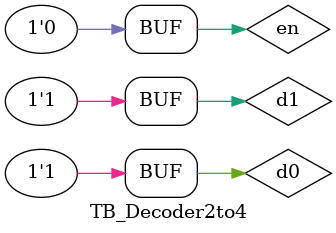
<source format=sv>
`timescale 1ns / 1ps
module TB_Decoder2to4;
reg d0,d1,en;
wire y0,y1,y2,y3;

Decoder2to4 dut(.d0(d0), .d1(d1), .en(en), .y0(y0), .y1(y1), .y2(y2), .y3(y3) );
initial begin
#100 d0=0; d1=0; en=1;
#100 d0=0; d1=1; en=1;
#100 d0=1; d1=0; en=1; 
#100 d0=1; d1=1; en=1;
#100 d0=0; d1=0; en=0;
#100 d0=0; d1=1; en=0;
#100 d0=1; d1=0; en=0; 
#100 d0=1; d1=1; en=0;
end 
endmodule

</source>
